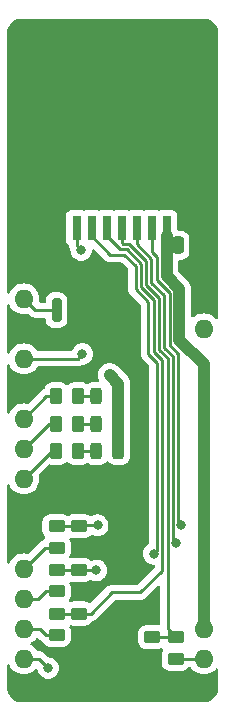
<source format=gbr>
%TF.GenerationSoftware,KiCad,Pcbnew,(6.0.11)*%
%TF.CreationDate,2023-03-05T00:30:33+01:00*%
%TF.ProjectId,gateway-nano-E01-ml01sp4,67617465-7761-4792-9d6e-616e6f2d4530,rev?*%
%TF.SameCoordinates,Original*%
%TF.FileFunction,Copper,L2,Bot*%
%TF.FilePolarity,Positive*%
%FSLAX46Y46*%
G04 Gerber Fmt 4.6, Leading zero omitted, Abs format (unit mm)*
G04 Created by KiCad (PCBNEW (6.0.11)) date 2023-03-05 00:30:33*
%MOMM*%
%LPD*%
G01*
G04 APERTURE LIST*
G04 Aperture macros list*
%AMRoundRect*
0 Rectangle with rounded corners*
0 $1 Rounding radius*
0 $2 $3 $4 $5 $6 $7 $8 $9 X,Y pos of 4 corners*
0 Add a 4 corners polygon primitive as box body*
4,1,4,$2,$3,$4,$5,$6,$7,$8,$9,$2,$3,0*
0 Add four circle primitives for the rounded corners*
1,1,$1+$1,$2,$3*
1,1,$1+$1,$4,$5*
1,1,$1+$1,$6,$7*
1,1,$1+$1,$8,$9*
0 Add four rect primitives between the rounded corners*
20,1,$1+$1,$2,$3,$4,$5,0*
20,1,$1+$1,$4,$5,$6,$7,0*
20,1,$1+$1,$6,$7,$8,$9,0*
20,1,$1+$1,$8,$9,$2,$3,0*%
G04 Aperture macros list end*
%TA.AperFunction,ComponentPad*%
%ADD10O,1.600000X1.600000*%
%TD*%
%TA.AperFunction,SMDPad,CuDef*%
%ADD11RoundRect,0.200000X0.200000X0.800000X-0.200000X0.800000X-0.200000X-0.800000X0.200000X-0.800000X0*%
%TD*%
%TA.AperFunction,SMDPad,CuDef*%
%ADD12RoundRect,0.250000X-0.262500X-0.450000X0.262500X-0.450000X0.262500X0.450000X-0.262500X0.450000X0*%
%TD*%
%TA.AperFunction,SMDPad,CuDef*%
%ADD13RoundRect,0.243750X-0.243750X-0.456250X0.243750X-0.456250X0.243750X0.456250X-0.243750X0.456250X0*%
%TD*%
%TA.AperFunction,SMDPad,CuDef*%
%ADD14RoundRect,0.250000X-0.250000X-0.475000X0.250000X-0.475000X0.250000X0.475000X-0.250000X0.475000X0*%
%TD*%
%TA.AperFunction,SMDPad,CuDef*%
%ADD15RoundRect,0.250000X0.450000X-0.262500X0.450000X0.262500X-0.450000X0.262500X-0.450000X-0.262500X0*%
%TD*%
%TA.AperFunction,SMDPad,CuDef*%
%ADD16RoundRect,0.250000X-0.450000X0.262500X-0.450000X-0.262500X0.450000X-0.262500X0.450000X0.262500X0*%
%TD*%
%TA.AperFunction,SMDPad,CuDef*%
%ADD17C,1.500000*%
%TD*%
%TA.AperFunction,SMDPad,CuDef*%
%ADD18R,0.800000X2.000000*%
%TD*%
%TA.AperFunction,ViaPad*%
%ADD19C,1.000000*%
%TD*%
%TA.AperFunction,ViaPad*%
%ADD20C,0.800000*%
%TD*%
%TA.AperFunction,Conductor*%
%ADD21C,0.250000*%
%TD*%
%TA.AperFunction,Conductor*%
%ADD22C,1.000000*%
%TD*%
G04 APERTURE END LIST*
D10*
%TO.P,A1,29,GND*%
%TO.N,GND*%
X130175000Y-88900000D03*
%TO.P,A1,27,+5V*%
%TO.N,+5V*%
X130175000Y-93980000D03*
%TO.P,A1,17,3V3*%
%TO.N,+3.3V*%
X130175000Y-119380000D03*
%TO.P,A1,16,D13*%
%TO.N,sck-nano*%
X130175000Y-121920000D03*
%TO.P,A1,15,D12*%
%TO.N,miso*%
X114935000Y-121920000D03*
%TO.P,A1,14,D11*%
%TO.N,mosi-nano*%
X114935000Y-119380000D03*
%TO.P,A1,13,D10*%
%TO.N,csn-nano*%
X114935000Y-116840000D03*
%TO.P,A1,12,D9*%
%TO.N,ce-nano*%
X114935000Y-114300000D03*
%TO.P,A1,9,D6*%
%TO.N,ledred*%
X114935000Y-106680000D03*
%TO.P,A1,8,D5*%
%TO.N,ledyellow*%
X114935000Y-104140000D03*
%TO.P,A1,7,D4*%
%TO.N,ledgreen*%
X114935000Y-101600000D03*
%TO.P,A1,5,D2*%
%TO.N,irq*%
X114935000Y-96520000D03*
%TO.P,A1,4,GND*%
%TO.N,GND*%
X114935000Y-93980000D03*
%TO.P,A1,3,~{RESET}*%
%TO.N,inclusion*%
X114935000Y-91440000D03*
%TD*%
D11*
%TO.P,SW1,1,1*%
%TO.N,GND*%
X121900000Y-92400000D03*
%TO.P,SW1,2,2*%
%TO.N,inclusion*%
X117700000Y-92400000D03*
%TD*%
D12*
%TO.P,R11,2*%
%TO.N,Net-(D3-Pad1)*%
X119512500Y-104300000D03*
%TO.P,R11,1*%
%TO.N,ledred*%
X117687500Y-104300000D03*
%TD*%
%TO.P,R10,2*%
%TO.N,Net-(D2-Pad1)*%
X119500000Y-102000000D03*
%TO.P,R10,1*%
%TO.N,ledyellow*%
X117675000Y-102000000D03*
%TD*%
%TO.P,R9,2*%
%TO.N,Net-(D1-Pad1)*%
X119512500Y-99700000D03*
%TO.P,R9,1*%
%TO.N,ledgreen*%
X117687500Y-99700000D03*
%TD*%
D13*
%TO.P,D3,2,A*%
%TO.N,+5V*%
X122937500Y-104300000D03*
%TO.P,D3,1,K*%
%TO.N,Net-(D3-Pad1)*%
X121062500Y-104300000D03*
%TD*%
%TO.P,D2,2,A*%
%TO.N,+5V*%
X122937500Y-102000000D03*
%TO.P,D2,1,K*%
%TO.N,Net-(D2-Pad1)*%
X121062500Y-102000000D03*
%TD*%
%TO.P,D1,2,A*%
%TO.N,+5V*%
X122937500Y-99700000D03*
%TO.P,D1,1,K*%
%TO.N,Net-(D1-Pad1)*%
X121062500Y-99700000D03*
%TD*%
D14*
%TO.P,C1,1*%
%TO.N,+3.3V*%
X127950000Y-86900000D03*
%TO.P,C1,2*%
%TO.N,GND*%
X129850000Y-86900000D03*
%TD*%
D15*
%TO.P,R4,1*%
%TO.N,ce-nano*%
X117700000Y-112512500D03*
%TO.P,R4,2*%
%TO.N,ce-e01*%
X117700000Y-110687500D03*
%TD*%
D16*
%TO.P,R6,1*%
%TO.N,mosi-e01*%
X119600000Y-118087500D03*
%TO.P,R6,2*%
%TO.N,GND*%
X119600000Y-119912500D03*
%TD*%
%TO.P,R7,1*%
%TO.N,csn-e01*%
X119600000Y-114387500D03*
%TO.P,R7,2*%
%TO.N,GND*%
X119600000Y-116212500D03*
%TD*%
%TO.P,R8,1*%
%TO.N,ce-e01*%
X119600000Y-110687500D03*
%TO.P,R8,2*%
%TO.N,GND*%
X119600000Y-112512500D03*
%TD*%
D15*
%TO.P,R1,1*%
%TO.N,sck-nano*%
X127800000Y-121912500D03*
%TO.P,R1,2*%
%TO.N,sck-e01*%
X127800000Y-120087500D03*
%TD*%
D17*
%TO.P,U1,10,GND*%
%TO.N,GND*%
X129751434Y-72448410D03*
%TO.P,U1,9,GND*%
X115315044Y-72456233D03*
D18*
%TO.P,U1,8,GND*%
X118124645Y-85440336D03*
%TO.P,U1,7,IRQ*%
%TO.N,irq*%
X119394645Y-85440336D03*
%TO.P,U1,6,MISO*%
%TO.N,miso*%
X120664645Y-85440336D03*
%TO.P,U1,5,MOSI*%
%TO.N,mosi-e01*%
X121934645Y-85440336D03*
%TO.P,U1,4,SCK*%
%TO.N,sck-e01*%
X123204645Y-85440336D03*
%TO.P,U1,3,CSN*%
%TO.N,csn-e01*%
X124474645Y-85440336D03*
%TO.P,U1,2,CE*%
%TO.N,ce-e01*%
X125744645Y-85440336D03*
%TO.P,U1,1,VCC*%
%TO.N,+3.3V*%
X127014645Y-85440336D03*
%TD*%
D16*
%TO.P,R5,1*%
%TO.N,sck-e01*%
X125800000Y-120087500D03*
%TO.P,R5,2*%
%TO.N,GND*%
X125800000Y-121912500D03*
%TD*%
D15*
%TO.P,R2,1*%
%TO.N,mosi-nano*%
X117700000Y-119912500D03*
%TO.P,R2,2*%
%TO.N,mosi-e01*%
X117700000Y-118087500D03*
%TD*%
%TO.P,R3,1*%
%TO.N,csn-nano*%
X117700000Y-116212500D03*
%TO.P,R3,2*%
%TO.N,csn-e01*%
X117700000Y-114387500D03*
%TD*%
D19*
%TO.N,GND*%
X120900000Y-120000000D03*
X120900000Y-116200000D03*
X121000000Y-112600000D03*
X118100000Y-83300000D03*
X117100000Y-72500000D03*
X128000000Y-72400000D03*
X114800000Y-124500000D03*
X122300000Y-124500000D03*
X130100000Y-124500000D03*
D20*
%TO.N,irq*%
X119900000Y-96100000D03*
X119788274Y-87311726D03*
%TO.N,ce-e01*%
X128274500Y-110600000D03*
X121188000Y-110605000D03*
%TO.N,csn-e01*%
X121073000Y-114427000D03*
X127824500Y-112100000D03*
%TO.N,miso*%
X125925500Y-113025500D03*
X117000000Y-122700000D03*
%TO.N,+5V*%
X122200000Y-97900000D03*
D19*
%TO.N,GND*%
X124500000Y-121920000D03*
%TD*%
D21*
%TO.N,miso*%
X124389645Y-88645939D02*
X123443706Y-87700000D01*
X125925500Y-113025500D02*
X126200000Y-112751000D01*
X126200000Y-112751000D02*
X126200000Y-96845584D01*
X126200000Y-96845584D02*
X125475000Y-96120584D01*
X125475000Y-91708020D02*
X124389645Y-90622665D01*
X123443706Y-87700000D02*
X122226547Y-87700000D01*
X125475000Y-96120584D02*
X125475000Y-91708020D01*
X124389645Y-90622665D02*
X124389645Y-88645939D01*
X122226547Y-87700000D02*
X120664645Y-86138098D01*
%TO.N,ce-e01*%
X125744645Y-87455355D02*
X125744645Y-86138098D01*
X126189645Y-87900355D02*
X125744645Y-87455355D01*
X128274500Y-110600000D02*
X128000000Y-110325500D01*
X128000000Y-110325500D02*
X128000000Y-96100000D01*
X127275000Y-95375000D02*
X127275000Y-90962436D01*
X127275000Y-90962436D02*
X126189645Y-89877081D01*
X128000000Y-96100000D02*
X127275000Y-95375000D01*
X126189645Y-89877081D02*
X126189645Y-87900355D01*
D22*
%TO.N,+5V*%
X122200000Y-97900000D02*
X122937500Y-98637500D01*
X122937500Y-98637500D02*
X122937500Y-99700000D01*
D21*
%TO.N,mosi-e01*%
X121934645Y-86138098D02*
X123046547Y-87250000D01*
X124800000Y-116300000D02*
X122400000Y-116300000D01*
X123046547Y-87250000D02*
X123630102Y-87250000D01*
X124839645Y-88459543D02*
X124839645Y-90436269D01*
X124839645Y-90436269D02*
X125925000Y-91521624D01*
X123630102Y-87250000D02*
X124839645Y-88459543D01*
X125925000Y-91521624D02*
X125925000Y-95934188D01*
X126650000Y-114450000D02*
X124800000Y-116300000D01*
X125925000Y-95934188D02*
X126650000Y-96659188D01*
X126650000Y-96659188D02*
X126650000Y-114450000D01*
X122400000Y-116300000D02*
X120612500Y-118087500D01*
X120612500Y-118087500D02*
X117700000Y-118087500D01*
%TO.N,sck-e01*%
X123204645Y-85440336D02*
X123204645Y-86704645D01*
X126375000Y-95747792D02*
X127100000Y-96472792D01*
X123204645Y-86704645D02*
X123300000Y-86800000D01*
X123300000Y-86800000D02*
X123816498Y-86800000D01*
X127100000Y-119387500D02*
X127800000Y-120087500D01*
X123816498Y-86800000D02*
X125289645Y-88273147D01*
X125289645Y-88273147D02*
X125289645Y-90249873D01*
X127100000Y-96472792D02*
X127100000Y-119387500D01*
X125289645Y-90249873D02*
X126375000Y-91335228D01*
X126375000Y-91335228D02*
X126375000Y-95747792D01*
%TO.N,csn-e01*%
X127824500Y-112100000D02*
X127550000Y-111825500D01*
X127550000Y-111825500D02*
X127550000Y-96286396D01*
X127550000Y-96286396D02*
X126825000Y-95561396D01*
X126825000Y-91148832D02*
X125739645Y-90063477D01*
X126825000Y-95561396D02*
X126825000Y-91148832D01*
X125739645Y-90063477D02*
X125739645Y-88086751D01*
X125739645Y-88086751D02*
X124474645Y-86821751D01*
X124474645Y-86821751D02*
X124474645Y-86138098D01*
D22*
%TO.N,+3.3V*%
X127014645Y-86138098D02*
X127014645Y-89535355D01*
X127014645Y-89535355D02*
X128100000Y-90620710D01*
X130175000Y-96975000D02*
X130175000Y-119380000D01*
X128100000Y-90620710D02*
X128100000Y-94900000D01*
X128100000Y-94900000D02*
X130175000Y-96975000D01*
D21*
%TO.N,irq*%
X119900000Y-96100000D02*
X119500000Y-96500000D01*
X119500000Y-96500000D02*
X114955000Y-96500000D01*
X114955000Y-96500000D02*
X114935000Y-96520000D01*
X119394645Y-86918098D02*
X119394645Y-86138098D01*
X119788274Y-87311726D02*
X119394645Y-86918098D01*
%TO.N,miso*%
X117000000Y-122700000D02*
X116200000Y-121900000D01*
X116200000Y-121900000D02*
X114955000Y-121900000D01*
X114955000Y-121900000D02*
X114935000Y-121920000D01*
%TO.N,sck-e01*%
X127800000Y-120087500D02*
X125800000Y-120087500D01*
%TO.N,ce-e01*%
X121188000Y-110605000D02*
X121400000Y-110605000D01*
X121400000Y-110605000D02*
X121412000Y-110617000D01*
X121412000Y-110617000D02*
X119570500Y-110617000D01*
%TO.N,csn-e01*%
X121073000Y-114427000D02*
X119507000Y-114427000D01*
%TO.N,ce-nano*%
X114935000Y-114300000D02*
X116722500Y-112512500D01*
X116722500Y-112512500D02*
X117700000Y-112512500D01*
%TO.N,ce-e01*%
X119600000Y-110687500D02*
X118195500Y-110687500D01*
%TO.N,GND*%
X119576000Y-116200000D02*
X120900000Y-116200000D01*
X119392500Y-120000000D02*
X120900000Y-120000000D01*
%TO.N,csn-nano*%
X114935000Y-116840000D02*
X116160000Y-116840000D01*
X116160000Y-116840000D02*
X116787500Y-116212500D01*
X116787500Y-116212500D02*
X117700000Y-116212500D01*
%TO.N,mosi-nano*%
X117700000Y-119912500D02*
X116812500Y-119912500D01*
X116812500Y-119912500D02*
X116280000Y-119380000D01*
X116280000Y-119380000D02*
X114935000Y-119380000D01*
%TO.N,csn-e01*%
X119600000Y-114387500D02*
X117700000Y-114387500D01*
%TO.N,ledred*%
X117687500Y-104300000D02*
X117315000Y-104300000D01*
X117315000Y-104300000D02*
X114935000Y-106680000D01*
%TO.N,ledyellow*%
X117675000Y-102000000D02*
X117075000Y-102000000D01*
X117075000Y-102000000D02*
X114935000Y-104140000D01*
%TO.N,ledgreen*%
X117687500Y-99700000D02*
X116835000Y-99700000D01*
X116835000Y-99700000D02*
X114935000Y-101600000D01*
%TO.N,Net-(D3-Pad1)*%
X121062500Y-104300000D02*
X119512500Y-104300000D01*
%TO.N,Net-(D2-Pad1)*%
X121062500Y-102000000D02*
X119500000Y-102000000D01*
%TO.N,Net-(D1-Pad1)*%
X121062500Y-99700000D02*
X119512500Y-99700000D01*
D22*
%TO.N,+5V*%
X122937500Y-102000000D02*
X122937500Y-104300000D01*
X122937500Y-99700000D02*
X122937500Y-102000000D01*
D21*
%TO.N,inclusion*%
X117700000Y-92400000D02*
X115895000Y-92400000D01*
X115895000Y-92400000D02*
X114935000Y-91440000D01*
%TO.N,GND*%
X119650000Y-112600000D02*
X121000000Y-112600000D01*
X125850000Y-121920000D02*
X124500000Y-121920000D01*
%TO.N,sck-nano*%
X130175000Y-121920000D02*
X127682000Y-121920000D01*
%TD*%
%TA.AperFunction,Conductor*%
%TO.N,GND*%
G36*
X126384533Y-115715539D02*
G01*
X126441368Y-115758086D01*
X126466179Y-115824606D01*
X126466500Y-115833595D01*
X126466500Y-118943949D01*
X126446498Y-119012070D01*
X126392842Y-119058563D01*
X126327657Y-119069293D01*
X126300400Y-119066500D01*
X125299600Y-119066500D01*
X125296354Y-119066837D01*
X125296350Y-119066837D01*
X125200692Y-119076762D01*
X125200688Y-119076763D01*
X125193834Y-119077474D01*
X125187298Y-119079655D01*
X125187296Y-119079655D01*
X125101848Y-119108163D01*
X125026054Y-119133450D01*
X124875652Y-119226522D01*
X124750695Y-119351697D01*
X124657885Y-119502262D01*
X124602203Y-119670139D01*
X124591500Y-119774600D01*
X124591500Y-120400400D01*
X124591837Y-120403646D01*
X124591837Y-120403650D01*
X124601725Y-120498946D01*
X124602474Y-120506166D01*
X124604655Y-120512702D01*
X124604655Y-120512704D01*
X124606263Y-120517523D01*
X124658450Y-120673946D01*
X124751522Y-120824348D01*
X124876697Y-120949305D01*
X124882927Y-120953145D01*
X124882928Y-120953146D01*
X124958954Y-121000009D01*
X125027262Y-121042115D01*
X125096500Y-121065080D01*
X125188611Y-121095632D01*
X125188613Y-121095632D01*
X125195139Y-121097797D01*
X125201975Y-121098497D01*
X125201978Y-121098498D01*
X125245031Y-121102909D01*
X125299600Y-121108500D01*
X126300400Y-121108500D01*
X126303646Y-121108163D01*
X126303650Y-121108163D01*
X126399308Y-121098238D01*
X126399312Y-121098237D01*
X126406166Y-121097526D01*
X126412702Y-121095345D01*
X126412704Y-121095345D01*
X126572043Y-121042185D01*
X126642992Y-121039601D01*
X126704076Y-121075784D01*
X126735901Y-121139249D01*
X126728362Y-121209844D01*
X126719179Y-121227825D01*
X126673909Y-121301267D01*
X126657885Y-121327262D01*
X126602203Y-121495139D01*
X126591500Y-121599600D01*
X126591500Y-122225400D01*
X126591837Y-122228646D01*
X126591837Y-122228650D01*
X126601598Y-122322721D01*
X126602474Y-122331166D01*
X126604655Y-122337702D01*
X126604655Y-122337704D01*
X126634898Y-122428352D01*
X126658450Y-122498946D01*
X126751522Y-122649348D01*
X126876697Y-122774305D01*
X126882927Y-122778145D01*
X126882928Y-122778146D01*
X127020090Y-122862694D01*
X127027262Y-122867115D01*
X127107005Y-122893564D01*
X127188611Y-122920632D01*
X127188613Y-122920632D01*
X127195139Y-122922797D01*
X127201975Y-122923497D01*
X127201978Y-122923498D01*
X127245031Y-122927909D01*
X127299600Y-122933500D01*
X128300400Y-122933500D01*
X128303646Y-122933163D01*
X128303650Y-122933163D01*
X128399308Y-122923238D01*
X128399312Y-122923237D01*
X128406166Y-122922526D01*
X128412702Y-122920345D01*
X128412704Y-122920345D01*
X128544806Y-122876272D01*
X128573946Y-122866550D01*
X128724348Y-122773478D01*
X128849305Y-122648303D01*
X128853146Y-122642072D01*
X128853149Y-122642068D01*
X128860302Y-122630463D01*
X128913073Y-122582968D01*
X128983144Y-122571543D01*
X129048268Y-122599815D01*
X129070776Y-122624305D01*
X129123779Y-122700000D01*
X129168802Y-122764300D01*
X129330700Y-122926198D01*
X129335208Y-122929355D01*
X129335211Y-122929357D01*
X129341128Y-122933500D01*
X129518251Y-123057523D01*
X129523233Y-123059846D01*
X129523238Y-123059849D01*
X129720775Y-123151961D01*
X129725757Y-123154284D01*
X129731065Y-123155706D01*
X129731067Y-123155707D01*
X129941598Y-123212119D01*
X129941600Y-123212119D01*
X129946913Y-123213543D01*
X130175000Y-123233498D01*
X130403087Y-123213543D01*
X130408400Y-123212119D01*
X130408402Y-123212119D01*
X130618933Y-123155707D01*
X130618935Y-123155706D01*
X130624243Y-123154284D01*
X130629225Y-123151961D01*
X130826762Y-123059849D01*
X130826767Y-123059846D01*
X130831749Y-123057523D01*
X131008872Y-122933500D01*
X131014789Y-122929357D01*
X131014792Y-122929355D01*
X131019300Y-122926198D01*
X131181198Y-122764300D01*
X131183050Y-122761655D01*
X131241577Y-122722721D01*
X131312564Y-122721599D01*
X131372890Y-122759033D01*
X131403400Y-122823140D01*
X131404982Y-122843041D01*
X131404982Y-124310972D01*
X131403481Y-124330361D01*
X131399791Y-124354055D01*
X131400955Y-124362959D01*
X131400955Y-124362960D01*
X131401630Y-124368123D01*
X131402304Y-124394344D01*
X131390432Y-124545149D01*
X131387339Y-124564676D01*
X131346372Y-124735303D01*
X131340262Y-124754106D01*
X131273109Y-124916223D01*
X131264133Y-124933840D01*
X131172447Y-125083455D01*
X131160826Y-125099450D01*
X131046863Y-125232883D01*
X131032883Y-125246863D01*
X130899450Y-125360826D01*
X130883456Y-125372447D01*
X130733837Y-125464135D01*
X130716223Y-125473109D01*
X130554106Y-125540262D01*
X130535303Y-125546372D01*
X130364676Y-125587339D01*
X130345149Y-125590432D01*
X130277899Y-125595726D01*
X130201344Y-125601753D01*
X130184454Y-125601112D01*
X130184452Y-125601281D01*
X130175477Y-125601172D01*
X130166607Y-125599791D01*
X130157707Y-125600955D01*
X130157705Y-125600955D01*
X130135051Y-125603918D01*
X130118711Y-125604982D01*
X114789028Y-125604982D01*
X114769639Y-125603481D01*
X114754819Y-125601173D01*
X114745945Y-125599791D01*
X114737041Y-125600955D01*
X114737040Y-125600955D01*
X114731877Y-125601630D01*
X114705656Y-125602304D01*
X114697095Y-125601630D01*
X114673734Y-125599791D01*
X114554851Y-125590432D01*
X114535324Y-125587339D01*
X114364697Y-125546372D01*
X114345894Y-125540262D01*
X114183777Y-125473109D01*
X114166163Y-125464135D01*
X114016544Y-125372447D01*
X114000550Y-125360826D01*
X113867117Y-125246863D01*
X113853137Y-125232883D01*
X113739174Y-125099450D01*
X113727553Y-125083455D01*
X113635867Y-124933840D01*
X113626891Y-124916223D01*
X113559738Y-124754106D01*
X113553628Y-124735303D01*
X113512661Y-124564676D01*
X113509568Y-124545149D01*
X113498247Y-124401347D01*
X113498888Y-124384454D01*
X113498719Y-124384452D01*
X113498828Y-124375477D01*
X113500209Y-124366607D01*
X113498568Y-124354055D01*
X113496082Y-124335051D01*
X113495018Y-124318711D01*
X113495018Y-122496473D01*
X113515020Y-122428352D01*
X113568676Y-122381859D01*
X113638950Y-122371755D01*
X113703530Y-122401249D01*
X113735213Y-122443223D01*
X113795151Y-122571762D01*
X113795154Y-122571767D01*
X113797477Y-122576749D01*
X113800634Y-122581257D01*
X113883779Y-122700000D01*
X113928802Y-122764300D01*
X114090700Y-122926198D01*
X114095208Y-122929355D01*
X114095211Y-122929357D01*
X114101128Y-122933500D01*
X114278251Y-123057523D01*
X114283233Y-123059846D01*
X114283238Y-123059849D01*
X114480775Y-123151961D01*
X114485757Y-123154284D01*
X114491065Y-123155706D01*
X114491067Y-123155707D01*
X114701598Y-123212119D01*
X114701600Y-123212119D01*
X114706913Y-123213543D01*
X114935000Y-123233498D01*
X115163087Y-123213543D01*
X115168400Y-123212119D01*
X115168402Y-123212119D01*
X115378933Y-123155707D01*
X115378935Y-123155706D01*
X115384243Y-123154284D01*
X115389225Y-123151961D01*
X115586762Y-123059849D01*
X115586767Y-123059846D01*
X115591749Y-123057523D01*
X115768872Y-122933500D01*
X115774789Y-122929357D01*
X115774792Y-122929355D01*
X115779300Y-122926198D01*
X115892000Y-122813498D01*
X115954312Y-122779472D01*
X116025127Y-122784537D01*
X116081963Y-122827084D01*
X116101714Y-122877470D01*
X116104394Y-122876900D01*
X116105768Y-122883364D01*
X116106458Y-122889928D01*
X116165473Y-123071556D01*
X116260960Y-123236944D01*
X116388747Y-123378866D01*
X116543248Y-123491118D01*
X116549276Y-123493802D01*
X116549278Y-123493803D01*
X116711681Y-123566109D01*
X116717712Y-123568794D01*
X116811113Y-123588647D01*
X116898056Y-123607128D01*
X116898061Y-123607128D01*
X116904513Y-123608500D01*
X117095487Y-123608500D01*
X117101939Y-123607128D01*
X117101944Y-123607128D01*
X117188887Y-123588647D01*
X117282288Y-123568794D01*
X117288319Y-123566109D01*
X117450722Y-123493803D01*
X117450724Y-123493802D01*
X117456752Y-123491118D01*
X117611253Y-123378866D01*
X117739040Y-123236944D01*
X117834527Y-123071556D01*
X117893542Y-122889928D01*
X117894852Y-122877470D01*
X117912814Y-122706565D01*
X117913504Y-122700000D01*
X117908180Y-122649348D01*
X117894232Y-122516635D01*
X117894232Y-122516633D01*
X117893542Y-122510072D01*
X117834527Y-122328444D01*
X117739040Y-122163056D01*
X117611253Y-122021134D01*
X117456752Y-121908882D01*
X117450724Y-121906198D01*
X117450722Y-121906197D01*
X117288319Y-121833891D01*
X117288318Y-121833891D01*
X117282288Y-121831206D01*
X117188888Y-121811353D01*
X117101944Y-121792872D01*
X117101939Y-121792872D01*
X117095487Y-121791500D01*
X117039595Y-121791500D01*
X116971474Y-121771498D01*
X116950500Y-121754595D01*
X116703652Y-121507747D01*
X116696112Y-121499461D01*
X116692000Y-121492982D01*
X116642348Y-121446356D01*
X116639507Y-121443602D01*
X116619770Y-121423865D01*
X116616573Y-121421385D01*
X116607551Y-121413680D01*
X116581100Y-121388841D01*
X116575321Y-121383414D01*
X116568375Y-121379595D01*
X116568372Y-121379593D01*
X116557566Y-121373652D01*
X116541047Y-121362801D01*
X116540583Y-121362441D01*
X116525041Y-121350386D01*
X116517772Y-121347241D01*
X116517768Y-121347238D01*
X116484463Y-121332826D01*
X116473813Y-121327609D01*
X116435060Y-121306305D01*
X116415437Y-121301267D01*
X116396734Y-121294863D01*
X116385420Y-121289967D01*
X116385419Y-121289967D01*
X116378145Y-121286819D01*
X116370322Y-121285580D01*
X116370312Y-121285577D01*
X116334476Y-121279901D01*
X116322856Y-121277495D01*
X116287711Y-121268472D01*
X116287710Y-121268472D01*
X116280030Y-121266500D01*
X116259776Y-121266500D01*
X116240065Y-121264949D01*
X116229345Y-121263251D01*
X116220057Y-121261780D01*
X116212165Y-121262526D01*
X116176039Y-121265941D01*
X116164181Y-121266500D01*
X116140389Y-121266500D01*
X116072268Y-121246498D01*
X116037176Y-121212771D01*
X115944357Y-121080211D01*
X115944355Y-121080208D01*
X115941198Y-121075700D01*
X115779300Y-120913802D01*
X115774792Y-120910645D01*
X115774789Y-120910643D01*
X115696611Y-120855902D01*
X115591749Y-120782477D01*
X115586767Y-120780154D01*
X115586762Y-120780151D01*
X115552543Y-120764195D01*
X115499258Y-120717278D01*
X115479797Y-120649001D01*
X115500339Y-120581041D01*
X115552543Y-120535805D01*
X115586762Y-120519849D01*
X115586767Y-120519846D01*
X115591749Y-120517523D01*
X115754376Y-120403650D01*
X115774789Y-120389357D01*
X115774792Y-120389355D01*
X115779300Y-120386198D01*
X115941198Y-120224300D01*
X115973348Y-120178385D01*
X116028805Y-120134057D01*
X116099424Y-120126748D01*
X116165656Y-120161561D01*
X116308853Y-120304758D01*
X116316387Y-120313037D01*
X116320500Y-120319518D01*
X116338466Y-120336389D01*
X116370151Y-120366143D01*
X116372993Y-120368898D01*
X116392730Y-120388635D01*
X116395927Y-120391115D01*
X116404947Y-120398818D01*
X116437179Y-120429086D01*
X116444125Y-120432905D01*
X116444128Y-120432907D01*
X116454934Y-120438848D01*
X116471453Y-120449699D01*
X116487459Y-120462114D01*
X116494728Y-120465259D01*
X116494732Y-120465262D01*
X116516991Y-120474894D01*
X116574095Y-120524228D01*
X116651522Y-120649348D01*
X116776697Y-120774305D01*
X116782927Y-120778145D01*
X116782928Y-120778146D01*
X116920090Y-120862694D01*
X116927262Y-120867115D01*
X116944155Y-120872718D01*
X117088611Y-120920632D01*
X117088613Y-120920632D01*
X117095139Y-120922797D01*
X117101975Y-120923497D01*
X117101978Y-120923498D01*
X117145031Y-120927909D01*
X117199600Y-120933500D01*
X118200400Y-120933500D01*
X118203646Y-120933163D01*
X118203650Y-120933163D01*
X118299308Y-120923238D01*
X118299312Y-120923237D01*
X118306166Y-120922526D01*
X118312702Y-120920345D01*
X118312704Y-120920345D01*
X118455458Y-120872718D01*
X118473946Y-120866550D01*
X118624348Y-120773478D01*
X118749305Y-120648303D01*
X118828486Y-120519849D01*
X118838275Y-120503968D01*
X118838276Y-120503966D01*
X118842115Y-120497738D01*
X118874400Y-120400400D01*
X118895632Y-120336389D01*
X118895632Y-120336387D01*
X118897797Y-120329861D01*
X118908500Y-120225400D01*
X118908500Y-119599600D01*
X118908163Y-119596350D01*
X118898238Y-119500692D01*
X118898237Y-119500688D01*
X118897526Y-119493834D01*
X118841550Y-119326054D01*
X118806815Y-119269922D01*
X118787978Y-119201471D01*
X118809140Y-119133702D01*
X118863581Y-119088131D01*
X118934017Y-119079228D01*
X118953625Y-119084028D01*
X118995139Y-119097797D01*
X119001975Y-119098497D01*
X119001978Y-119098498D01*
X119045031Y-119102909D01*
X119099600Y-119108500D01*
X120100400Y-119108500D01*
X120103646Y-119108163D01*
X120103650Y-119108163D01*
X120199308Y-119098238D01*
X120199312Y-119098237D01*
X120206166Y-119097526D01*
X120212702Y-119095345D01*
X120212704Y-119095345D01*
X120366998Y-119043868D01*
X120373946Y-119041550D01*
X120524348Y-118948478D01*
X120649305Y-118823303D01*
X120686361Y-118763187D01*
X120739133Y-118715694D01*
X120762289Y-118707261D01*
X120763432Y-118706968D01*
X120771297Y-118705974D01*
X120778663Y-118703058D01*
X120778669Y-118703056D01*
X120812412Y-118689696D01*
X120823642Y-118685851D01*
X120858483Y-118675729D01*
X120858484Y-118675729D01*
X120866093Y-118673518D01*
X120872912Y-118669485D01*
X120872917Y-118669483D01*
X120883528Y-118663207D01*
X120901276Y-118654512D01*
X120920117Y-118647052D01*
X120955887Y-118621064D01*
X120965807Y-118614548D01*
X120997035Y-118596080D01*
X120997038Y-118596078D01*
X121003862Y-118592042D01*
X121018183Y-118577721D01*
X121033217Y-118564880D01*
X121043194Y-118557631D01*
X121049607Y-118552972D01*
X121077798Y-118518895D01*
X121085788Y-118510116D01*
X122625500Y-116970405D01*
X122687812Y-116936379D01*
X122714595Y-116933500D01*
X124721233Y-116933500D01*
X124732416Y-116934027D01*
X124739909Y-116935702D01*
X124747835Y-116935453D01*
X124747836Y-116935453D01*
X124807986Y-116933562D01*
X124811945Y-116933500D01*
X124839856Y-116933500D01*
X124843791Y-116933003D01*
X124843856Y-116932995D01*
X124855693Y-116932062D01*
X124887951Y-116931048D01*
X124891970Y-116930922D01*
X124899889Y-116930673D01*
X124919343Y-116925021D01*
X124938700Y-116921013D01*
X124950930Y-116919468D01*
X124950931Y-116919468D01*
X124958797Y-116918474D01*
X124966168Y-116915555D01*
X124966170Y-116915555D01*
X124999912Y-116902196D01*
X125011142Y-116898351D01*
X125045983Y-116888229D01*
X125045984Y-116888229D01*
X125053593Y-116886018D01*
X125060412Y-116881985D01*
X125060417Y-116881983D01*
X125071028Y-116875707D01*
X125088776Y-116867012D01*
X125107617Y-116859552D01*
X125134529Y-116840000D01*
X125143387Y-116833564D01*
X125153307Y-116827048D01*
X125184535Y-116808580D01*
X125184538Y-116808578D01*
X125191362Y-116804542D01*
X125205683Y-116790221D01*
X125220717Y-116777380D01*
X125230694Y-116770131D01*
X125237107Y-116765472D01*
X125265298Y-116731395D01*
X125273288Y-116722616D01*
X126251405Y-115744500D01*
X126313717Y-115710474D01*
X126384533Y-115715539D01*
G37*
%TD.AperFunction*%
%TA.AperFunction,Conductor*%
G36*
X130130361Y-67710001D02*
G01*
X130154055Y-67713691D01*
X130168123Y-67711852D01*
X130194342Y-67711178D01*
X130200643Y-67711674D01*
X130345141Y-67723050D01*
X130364668Y-67726143D01*
X130493797Y-67757147D01*
X130535288Y-67767109D01*
X130554086Y-67773216D01*
X130716209Y-67840375D01*
X130733813Y-67849345D01*
X130883433Y-67941038D01*
X130899417Y-67952651D01*
X131032846Y-68066615D01*
X131046825Y-68080595D01*
X131160781Y-68214029D01*
X131172401Y-68230023D01*
X131264078Y-68379633D01*
X131273054Y-68397250D01*
X131300385Y-68463235D01*
X131340203Y-68559371D01*
X131346308Y-68578165D01*
X131387267Y-68748790D01*
X131390359Y-68768311D01*
X131401700Y-68912461D01*
X131401072Y-68929002D01*
X131401282Y-68929005D01*
X131401172Y-68937981D01*
X131399791Y-68946851D01*
X131400955Y-68955753D01*
X131403919Y-68978426D01*
X131404982Y-68994760D01*
X131404982Y-93056959D01*
X131384980Y-93125080D01*
X131331324Y-93171573D01*
X131261050Y-93181677D01*
X131196470Y-93152183D01*
X131183548Y-93139056D01*
X131181198Y-93135700D01*
X131019300Y-92973802D01*
X131014792Y-92970645D01*
X131014789Y-92970643D01*
X130894363Y-92886320D01*
X130831749Y-92842477D01*
X130826767Y-92840154D01*
X130826762Y-92840151D01*
X130629225Y-92748039D01*
X130629224Y-92748039D01*
X130624243Y-92745716D01*
X130618935Y-92744294D01*
X130618933Y-92744293D01*
X130408402Y-92687881D01*
X130408400Y-92687881D01*
X130403087Y-92686457D01*
X130175000Y-92666502D01*
X129946913Y-92686457D01*
X129941600Y-92687881D01*
X129941598Y-92687881D01*
X129731067Y-92744293D01*
X129731065Y-92744294D01*
X129725757Y-92745716D01*
X129720776Y-92748039D01*
X129720775Y-92748039D01*
X129523238Y-92840151D01*
X129523233Y-92840154D01*
X129518251Y-92842477D01*
X129455637Y-92886320D01*
X129335211Y-92970643D01*
X129335208Y-92970645D01*
X129330700Y-92973802D01*
X129323595Y-92980907D01*
X129261283Y-93014933D01*
X129190468Y-93009868D01*
X129133632Y-92967321D01*
X129108821Y-92900801D01*
X129108500Y-92891812D01*
X129108500Y-90682553D01*
X129109237Y-90668946D01*
X129112659Y-90637448D01*
X129112659Y-90637443D01*
X129113324Y-90631322D01*
X129108950Y-90581322D01*
X129108621Y-90576496D01*
X129108500Y-90574024D01*
X129108500Y-90570941D01*
X129106714Y-90552723D01*
X129104310Y-90528204D01*
X129104188Y-90526891D01*
X129096623Y-90440428D01*
X129096087Y-90434297D01*
X129094600Y-90429178D01*
X129094080Y-90423877D01*
X129067209Y-90334876D01*
X129066874Y-90333743D01*
X129042630Y-90250296D01*
X129042628Y-90250292D01*
X129040909Y-90244374D01*
X129038456Y-90239642D01*
X129036916Y-90234541D01*
X128993269Y-90152450D01*
X128992657Y-90151284D01*
X128952729Y-90074257D01*
X128949892Y-90068784D01*
X128946569Y-90064621D01*
X128944066Y-90059914D01*
X128885261Y-89987812D01*
X128884433Y-89986785D01*
X128855469Y-89950502D01*
X128855464Y-89950497D01*
X128853262Y-89947738D01*
X128850761Y-89945237D01*
X128850119Y-89944519D01*
X128846406Y-89940171D01*
X128838642Y-89930651D01*
X128819065Y-89906648D01*
X128814323Y-89902725D01*
X128814321Y-89902723D01*
X128783727Y-89877413D01*
X128774947Y-89869423D01*
X128060050Y-89154526D01*
X128026024Y-89092214D01*
X128023145Y-89065431D01*
X128023145Y-88259500D01*
X128043147Y-88191379D01*
X128096803Y-88144886D01*
X128149145Y-88133500D01*
X128250400Y-88133500D01*
X128253646Y-88133163D01*
X128253650Y-88133163D01*
X128349308Y-88123238D01*
X128349312Y-88123237D01*
X128356166Y-88122526D01*
X128362702Y-88120345D01*
X128362704Y-88120345D01*
X128516998Y-88068868D01*
X128523946Y-88066550D01*
X128674348Y-87973478D01*
X128799305Y-87848303D01*
X128892115Y-87697738D01*
X128947797Y-87529861D01*
X128958500Y-87425400D01*
X128958500Y-86374600D01*
X128947526Y-86268834D01*
X128891550Y-86101054D01*
X128798478Y-85950652D01*
X128673303Y-85825695D01*
X128522738Y-85732885D01*
X128442995Y-85706436D01*
X128361389Y-85679368D01*
X128361387Y-85679368D01*
X128354861Y-85677203D01*
X128348025Y-85676503D01*
X128348022Y-85676502D01*
X128304969Y-85672091D01*
X128250400Y-85666500D01*
X128049145Y-85666500D01*
X127981024Y-85646498D01*
X127934531Y-85592842D01*
X127923145Y-85540500D01*
X127923145Y-84392202D01*
X127916390Y-84330020D01*
X127865260Y-84193631D01*
X127777906Y-84077075D01*
X127661350Y-83989721D01*
X127524961Y-83938591D01*
X127462779Y-83931836D01*
X126566511Y-83931836D01*
X126504329Y-83938591D01*
X126423875Y-83968752D01*
X126353068Y-83973935D01*
X126335415Y-83968752D01*
X126254961Y-83938591D01*
X126192779Y-83931836D01*
X125296511Y-83931836D01*
X125234329Y-83938591D01*
X125153875Y-83968752D01*
X125083068Y-83973935D01*
X125065415Y-83968752D01*
X124984961Y-83938591D01*
X124922779Y-83931836D01*
X124026511Y-83931836D01*
X123964329Y-83938591D01*
X123883875Y-83968752D01*
X123813068Y-83973935D01*
X123795415Y-83968752D01*
X123714961Y-83938591D01*
X123652779Y-83931836D01*
X122756511Y-83931836D01*
X122694329Y-83938591D01*
X122613875Y-83968752D01*
X122543068Y-83973935D01*
X122525415Y-83968752D01*
X122444961Y-83938591D01*
X122382779Y-83931836D01*
X121486511Y-83931836D01*
X121424329Y-83938591D01*
X121343875Y-83968752D01*
X121273068Y-83973935D01*
X121255415Y-83968752D01*
X121174961Y-83938591D01*
X121112779Y-83931836D01*
X120216511Y-83931836D01*
X120154329Y-83938591D01*
X120073875Y-83968752D01*
X120003068Y-83973935D01*
X119985415Y-83968752D01*
X119904961Y-83938591D01*
X119842779Y-83931836D01*
X118946511Y-83931836D01*
X118884329Y-83938591D01*
X118747940Y-83989721D01*
X118631384Y-84077075D01*
X118544030Y-84193631D01*
X118492900Y-84330020D01*
X118486145Y-84392202D01*
X118486145Y-86488470D01*
X118492900Y-86550652D01*
X118544030Y-86687041D01*
X118631384Y-86803597D01*
X118711104Y-86863344D01*
X118753616Y-86920200D01*
X118761145Y-86955590D01*
X118761145Y-86957954D01*
X118761642Y-86961888D01*
X118761650Y-86961954D01*
X118762583Y-86973791D01*
X118763972Y-87017988D01*
X118766183Y-87025598D01*
X118769623Y-87037440D01*
X118773631Y-87056792D01*
X118776171Y-87076895D01*
X118792451Y-87118012D01*
X118796286Y-87129213D01*
X118808627Y-87171692D01*
X118812660Y-87178511D01*
X118812662Y-87178516D01*
X118818938Y-87189127D01*
X118827635Y-87206877D01*
X118835093Y-87225715D01*
X118851099Y-87247745D01*
X118851396Y-87248154D01*
X118874103Y-87311796D01*
X118874770Y-87311726D01*
X118894732Y-87501654D01*
X118953747Y-87683282D01*
X119049234Y-87848670D01*
X119053652Y-87853577D01*
X119053653Y-87853578D01*
X119165082Y-87977332D01*
X119177021Y-87990592D01*
X119331522Y-88102844D01*
X119337550Y-88105528D01*
X119337552Y-88105529D01*
X119489839Y-88173331D01*
X119505986Y-88180520D01*
X119599387Y-88200373D01*
X119686330Y-88218854D01*
X119686335Y-88218854D01*
X119692787Y-88220226D01*
X119883761Y-88220226D01*
X119890213Y-88218854D01*
X119890218Y-88218854D01*
X119977161Y-88200373D01*
X120070562Y-88180520D01*
X120086709Y-88173331D01*
X120238996Y-88105529D01*
X120238998Y-88105528D01*
X120245026Y-88102844D01*
X120399527Y-87990592D01*
X120411466Y-87977332D01*
X120522895Y-87853578D01*
X120522896Y-87853577D01*
X120527314Y-87848670D01*
X120622801Y-87683282D01*
X120681816Y-87501654D01*
X120697048Y-87356734D01*
X120724060Y-87291078D01*
X120782281Y-87250448D01*
X120853226Y-87247745D01*
X120911452Y-87280810D01*
X121722895Y-88092253D01*
X121730435Y-88100539D01*
X121734547Y-88107018D01*
X121740324Y-88112443D01*
X121784198Y-88153643D01*
X121787040Y-88156398D01*
X121806777Y-88176135D01*
X121809974Y-88178615D01*
X121818994Y-88186318D01*
X121851226Y-88216586D01*
X121858172Y-88220405D01*
X121858175Y-88220407D01*
X121868981Y-88226348D01*
X121885500Y-88237199D01*
X121901506Y-88249614D01*
X121908775Y-88252759D01*
X121908779Y-88252762D01*
X121942084Y-88267174D01*
X121952734Y-88272391D01*
X121991487Y-88293695D01*
X121999162Y-88295666D01*
X121999163Y-88295666D01*
X122011109Y-88298733D01*
X122029814Y-88305137D01*
X122048402Y-88313181D01*
X122056225Y-88314420D01*
X122056235Y-88314423D01*
X122092071Y-88320099D01*
X122103691Y-88322505D01*
X122138836Y-88331528D01*
X122146517Y-88333500D01*
X122166771Y-88333500D01*
X122186481Y-88335051D01*
X122206490Y-88338220D01*
X122214382Y-88337474D01*
X122250508Y-88334059D01*
X122262366Y-88333500D01*
X123129111Y-88333500D01*
X123197232Y-88353502D01*
X123218207Y-88370405D01*
X123719241Y-88871440D01*
X123753266Y-88933752D01*
X123756145Y-88960535D01*
X123756145Y-90543898D01*
X123755618Y-90555081D01*
X123753943Y-90562574D01*
X123754192Y-90570500D01*
X123754192Y-90570501D01*
X123756083Y-90630651D01*
X123756145Y-90634610D01*
X123756145Y-90662521D01*
X123756642Y-90666455D01*
X123756642Y-90666456D01*
X123756650Y-90666521D01*
X123757583Y-90678358D01*
X123758972Y-90722554D01*
X123764623Y-90742004D01*
X123768632Y-90761365D01*
X123771171Y-90781462D01*
X123774090Y-90788833D01*
X123774090Y-90788835D01*
X123787449Y-90822577D01*
X123791294Y-90833807D01*
X123803627Y-90876258D01*
X123807660Y-90883077D01*
X123807662Y-90883082D01*
X123813938Y-90893693D01*
X123822633Y-90911441D01*
X123830093Y-90930282D01*
X123834755Y-90936698D01*
X123834755Y-90936699D01*
X123856081Y-90966052D01*
X123862597Y-90975972D01*
X123868395Y-90985775D01*
X123885103Y-91014027D01*
X123899424Y-91028348D01*
X123912264Y-91043381D01*
X123924173Y-91059772D01*
X123930277Y-91064822D01*
X123930282Y-91064827D01*
X123958243Y-91087958D01*
X123967024Y-91095948D01*
X124804596Y-91933521D01*
X124838621Y-91995833D01*
X124841500Y-92022616D01*
X124841500Y-96041817D01*
X124840973Y-96053000D01*
X124839298Y-96060493D01*
X124839547Y-96068419D01*
X124839547Y-96068420D01*
X124841438Y-96128570D01*
X124841500Y-96132529D01*
X124841500Y-96160440D01*
X124841997Y-96164374D01*
X124841997Y-96164375D01*
X124842005Y-96164440D01*
X124842938Y-96176277D01*
X124844327Y-96220473D01*
X124849978Y-96239923D01*
X124853987Y-96259284D01*
X124856526Y-96279381D01*
X124859445Y-96286752D01*
X124859445Y-96286754D01*
X124872804Y-96320496D01*
X124876649Y-96331726D01*
X124888982Y-96374177D01*
X124893015Y-96380996D01*
X124893017Y-96381001D01*
X124899293Y-96391612D01*
X124907988Y-96409360D01*
X124915448Y-96428201D01*
X124920110Y-96434617D01*
X124920110Y-96434618D01*
X124941436Y-96463971D01*
X124947952Y-96473891D01*
X124970458Y-96511946D01*
X124984779Y-96526267D01*
X124997619Y-96541300D01*
X125009528Y-96557691D01*
X125040590Y-96583388D01*
X125043593Y-96585872D01*
X125052374Y-96593862D01*
X125529596Y-97071085D01*
X125563621Y-97133397D01*
X125566500Y-97160180D01*
X125566500Y-112109034D01*
X125546498Y-112177155D01*
X125491750Y-112224140D01*
X125474783Y-112231694D01*
X125474775Y-112231699D01*
X125468748Y-112234382D01*
X125314247Y-112346634D01*
X125186460Y-112488556D01*
X125090973Y-112653944D01*
X125031958Y-112835572D01*
X125011996Y-113025500D01*
X125012686Y-113032065D01*
X125026725Y-113165634D01*
X125031958Y-113215428D01*
X125090973Y-113397056D01*
X125186460Y-113562444D01*
X125190878Y-113567351D01*
X125190879Y-113567352D01*
X125247750Y-113630514D01*
X125314247Y-113704366D01*
X125468748Y-113816618D01*
X125474776Y-113819302D01*
X125474778Y-113819303D01*
X125626272Y-113886752D01*
X125643212Y-113894294D01*
X125736613Y-113914147D01*
X125823556Y-113932628D01*
X125823561Y-113932628D01*
X125830013Y-113934000D01*
X125890500Y-113934000D01*
X125958621Y-113954002D01*
X126005114Y-114007658D01*
X126016500Y-114060000D01*
X126016500Y-114135406D01*
X125996498Y-114203527D01*
X125979595Y-114224501D01*
X124574500Y-115629595D01*
X124512188Y-115663621D01*
X124485405Y-115666500D01*
X122478768Y-115666500D01*
X122467585Y-115665973D01*
X122460092Y-115664298D01*
X122452166Y-115664547D01*
X122452165Y-115664547D01*
X122392002Y-115666438D01*
X122388044Y-115666500D01*
X122360144Y-115666500D01*
X122356154Y-115667004D01*
X122344320Y-115667936D01*
X122300111Y-115669326D01*
X122292497Y-115671538D01*
X122292492Y-115671539D01*
X122280659Y-115674977D01*
X122261296Y-115678988D01*
X122241203Y-115681526D01*
X122233836Y-115684443D01*
X122233831Y-115684444D01*
X122200092Y-115697802D01*
X122188865Y-115701646D01*
X122146407Y-115713982D01*
X122139581Y-115718019D01*
X122128972Y-115724293D01*
X122111224Y-115732988D01*
X122092383Y-115740448D01*
X122085967Y-115745110D01*
X122085966Y-115745110D01*
X122056613Y-115766436D01*
X122046693Y-115772952D01*
X122015465Y-115791420D01*
X122015462Y-115791422D01*
X122008638Y-115795458D01*
X121994317Y-115809779D01*
X121979284Y-115822619D01*
X121962893Y-115834528D01*
X121957842Y-115840634D01*
X121934702Y-115868605D01*
X121926712Y-115877384D01*
X120627817Y-117176279D01*
X120565505Y-117210305D01*
X120494690Y-117205240D01*
X120472606Y-117194444D01*
X120378968Y-117136725D01*
X120378966Y-117136724D01*
X120372738Y-117132885D01*
X120284925Y-117103759D01*
X120211389Y-117079368D01*
X120211387Y-117079368D01*
X120204861Y-117077203D01*
X120198025Y-117076503D01*
X120198022Y-117076502D01*
X120154969Y-117072091D01*
X120100400Y-117066500D01*
X119099600Y-117066500D01*
X119096354Y-117066837D01*
X119096350Y-117066837D01*
X119000692Y-117076762D01*
X119000688Y-117076763D01*
X118993834Y-117077474D01*
X118987292Y-117079657D01*
X118987290Y-117079657D01*
X118915047Y-117103759D01*
X118844097Y-117106344D01*
X118783013Y-117070161D01*
X118751188Y-117006697D01*
X118758727Y-116936101D01*
X118767910Y-116918120D01*
X118838275Y-116803968D01*
X118838276Y-116803966D01*
X118842115Y-116797738D01*
X118897797Y-116629861D01*
X118908500Y-116525400D01*
X118908500Y-115899600D01*
X118902382Y-115840634D01*
X118898238Y-115800692D01*
X118898237Y-115800688D01*
X118897526Y-115793834D01*
X118885600Y-115758086D01*
X118843868Y-115633002D01*
X118841550Y-115626054D01*
X118806815Y-115569922D01*
X118787978Y-115501471D01*
X118809140Y-115433702D01*
X118863581Y-115388131D01*
X118934017Y-115379228D01*
X118953625Y-115384028D01*
X118995139Y-115397797D01*
X119001975Y-115398497D01*
X119001978Y-115398498D01*
X119045031Y-115402909D01*
X119099600Y-115408500D01*
X120100400Y-115408500D01*
X120103646Y-115408163D01*
X120103650Y-115408163D01*
X120199308Y-115398238D01*
X120199312Y-115398237D01*
X120206166Y-115397526D01*
X120212702Y-115395345D01*
X120212704Y-115395345D01*
X120366998Y-115343868D01*
X120373946Y-115341550D01*
X120523794Y-115248821D01*
X120523796Y-115248820D01*
X120524348Y-115248478D01*
X120524407Y-115248573D01*
X120587063Y-115223211D01*
X120650766Y-115233487D01*
X120784677Y-115293108D01*
X120784685Y-115293111D01*
X120790712Y-115295794D01*
X120854521Y-115309357D01*
X120971056Y-115334128D01*
X120971061Y-115334128D01*
X120977513Y-115335500D01*
X121168487Y-115335500D01*
X121174939Y-115334128D01*
X121174944Y-115334128D01*
X121291479Y-115309357D01*
X121355288Y-115295794D01*
X121361321Y-115293108D01*
X121523722Y-115220803D01*
X121523724Y-115220802D01*
X121529752Y-115218118D01*
X121539847Y-115210784D01*
X121585157Y-115177864D01*
X121684253Y-115105866D01*
X121812040Y-114963944D01*
X121870314Y-114863010D01*
X121904223Y-114804279D01*
X121904224Y-114804278D01*
X121907527Y-114798556D01*
X121966542Y-114616928D01*
X121975880Y-114528087D01*
X121985814Y-114433565D01*
X121986504Y-114427000D01*
X121973156Y-114300000D01*
X121967232Y-114243635D01*
X121967232Y-114243633D01*
X121966542Y-114237072D01*
X121907527Y-114055444D01*
X121812040Y-113890056D01*
X121762838Y-113835411D01*
X121688675Y-113753045D01*
X121688674Y-113753044D01*
X121684253Y-113748134D01*
X121585157Y-113676136D01*
X121535094Y-113639763D01*
X121535093Y-113639762D01*
X121529752Y-113635882D01*
X121523724Y-113633198D01*
X121523722Y-113633197D01*
X121361319Y-113560891D01*
X121361318Y-113560891D01*
X121355288Y-113558206D01*
X121261888Y-113538353D01*
X121174944Y-113519872D01*
X121174939Y-113519872D01*
X121168487Y-113518500D01*
X120977513Y-113518500D01*
X120971061Y-113519872D01*
X120971056Y-113519872D01*
X120884112Y-113538353D01*
X120790712Y-113558206D01*
X120707341Y-113595325D01*
X120636975Y-113604759D01*
X120572678Y-113574653D01*
X120567075Y-113569391D01*
X120565033Y-113567352D01*
X120523303Y-113525695D01*
X120517072Y-113521854D01*
X120378968Y-113436725D01*
X120378966Y-113436724D01*
X120372738Y-113432885D01*
X120281971Y-113402779D01*
X120211389Y-113379368D01*
X120211387Y-113379368D01*
X120204861Y-113377203D01*
X120198025Y-113376503D01*
X120198022Y-113376502D01*
X120154969Y-113372091D01*
X120100400Y-113366500D01*
X119099600Y-113366500D01*
X119096354Y-113366837D01*
X119096350Y-113366837D01*
X119000692Y-113376762D01*
X119000688Y-113376763D01*
X118993834Y-113377474D01*
X118987292Y-113379657D01*
X118987290Y-113379657D01*
X118915047Y-113403759D01*
X118844097Y-113406344D01*
X118783013Y-113370161D01*
X118751188Y-113306697D01*
X118758727Y-113236101D01*
X118767910Y-113218120D01*
X118769570Y-113215428D01*
X118803643Y-113160151D01*
X118838275Y-113103968D01*
X118838276Y-113103966D01*
X118842115Y-113097738D01*
X118897797Y-112929861D01*
X118901492Y-112893803D01*
X118906785Y-112842135D01*
X118908500Y-112825400D01*
X118908500Y-112199600D01*
X118906171Y-112177155D01*
X118898238Y-112100692D01*
X118898237Y-112100688D01*
X118897526Y-112093834D01*
X118894804Y-112085673D01*
X118843868Y-111933002D01*
X118841550Y-111926054D01*
X118806815Y-111869922D01*
X118787978Y-111801471D01*
X118809140Y-111733702D01*
X118863581Y-111688131D01*
X118934017Y-111679228D01*
X118953625Y-111684028D01*
X118995139Y-111697797D01*
X119001975Y-111698497D01*
X119001978Y-111698498D01*
X119045031Y-111702909D01*
X119099600Y-111708500D01*
X120100400Y-111708500D01*
X120103646Y-111708163D01*
X120103650Y-111708163D01*
X120199308Y-111698238D01*
X120199312Y-111698237D01*
X120206166Y-111697526D01*
X120212702Y-111695345D01*
X120212704Y-111695345D01*
X120366998Y-111643868D01*
X120373946Y-111641550D01*
X120524348Y-111548478D01*
X120632069Y-111440569D01*
X120694351Y-111406490D01*
X120765172Y-111411493D01*
X120772478Y-111414475D01*
X120804566Y-111428761D01*
X120898945Y-111470781D01*
X120905712Y-111473794D01*
X120999112Y-111493647D01*
X121086056Y-111512128D01*
X121086061Y-111512128D01*
X121092513Y-111513500D01*
X121283487Y-111513500D01*
X121289939Y-111512128D01*
X121289944Y-111512128D01*
X121376888Y-111493647D01*
X121470288Y-111473794D01*
X121476319Y-111471109D01*
X121638722Y-111398803D01*
X121638724Y-111398802D01*
X121644752Y-111396118D01*
X121799253Y-111283866D01*
X121927040Y-111141944D01*
X122022527Y-110976556D01*
X122081542Y-110794928D01*
X122101504Y-110605000D01*
X122081542Y-110415072D01*
X122022527Y-110233444D01*
X121927040Y-110068056D01*
X121827881Y-109957928D01*
X121803675Y-109931045D01*
X121803674Y-109931044D01*
X121799253Y-109926134D01*
X121684967Y-109843100D01*
X121650094Y-109817763D01*
X121650093Y-109817762D01*
X121644752Y-109813882D01*
X121638724Y-109811198D01*
X121638722Y-109811197D01*
X121476319Y-109738891D01*
X121476318Y-109738891D01*
X121470288Y-109736206D01*
X121376888Y-109716353D01*
X121289944Y-109697872D01*
X121289939Y-109697872D01*
X121283487Y-109696500D01*
X121092513Y-109696500D01*
X121086061Y-109697872D01*
X121086056Y-109697872D01*
X120999112Y-109716353D01*
X120905712Y-109736206D01*
X120899682Y-109738891D01*
X120899681Y-109738891D01*
X120737278Y-109811197D01*
X120737276Y-109811198D01*
X120731248Y-109813882D01*
X120725907Y-109817762D01*
X120725906Y-109817763D01*
X120691033Y-109843100D01*
X120624165Y-109866958D01*
X120555014Y-109850878D01*
X120534378Y-109835215D01*
X120534229Y-109835404D01*
X120528483Y-109830866D01*
X120523303Y-109825695D01*
X120499783Y-109811197D01*
X120378968Y-109736725D01*
X120378966Y-109736724D01*
X120372738Y-109732885D01*
X120292995Y-109706436D01*
X120211389Y-109679368D01*
X120211387Y-109679368D01*
X120204861Y-109677203D01*
X120198025Y-109676503D01*
X120198022Y-109676502D01*
X120154969Y-109672091D01*
X120100400Y-109666500D01*
X119099600Y-109666500D01*
X119096354Y-109666837D01*
X119096350Y-109666837D01*
X119000692Y-109676762D01*
X119000688Y-109676763D01*
X118993834Y-109677474D01*
X118987298Y-109679655D01*
X118987296Y-109679655D01*
X118855194Y-109723728D01*
X118826054Y-109733450D01*
X118716371Y-109801324D01*
X118647920Y-109820161D01*
X118583953Y-109801439D01*
X118478968Y-109736725D01*
X118478966Y-109736724D01*
X118472738Y-109732885D01*
X118392995Y-109706436D01*
X118311389Y-109679368D01*
X118311387Y-109679368D01*
X118304861Y-109677203D01*
X118298025Y-109676503D01*
X118298022Y-109676502D01*
X118254969Y-109672091D01*
X118200400Y-109666500D01*
X117199600Y-109666500D01*
X117196354Y-109666837D01*
X117196350Y-109666837D01*
X117100692Y-109676762D01*
X117100688Y-109676763D01*
X117093834Y-109677474D01*
X117087298Y-109679655D01*
X117087296Y-109679655D01*
X116955194Y-109723728D01*
X116926054Y-109733450D01*
X116775652Y-109826522D01*
X116650695Y-109951697D01*
X116557885Y-110102262D01*
X116555581Y-110109209D01*
X116516033Y-110228444D01*
X116502203Y-110270139D01*
X116491500Y-110374600D01*
X116491500Y-111000400D01*
X116502474Y-111106166D01*
X116504655Y-111112702D01*
X116504655Y-111112704D01*
X116537448Y-111210995D01*
X116558450Y-111273946D01*
X116651522Y-111424348D01*
X116656704Y-111429521D01*
X116738109Y-111510784D01*
X116772188Y-111573066D01*
X116767185Y-111643886D01*
X116738264Y-111688975D01*
X116718773Y-111708500D01*
X116650695Y-111776697D01*
X116646855Y-111782927D01*
X116646854Y-111782928D01*
X116605070Y-111850714D01*
X116552297Y-111898207D01*
X116544193Y-111901750D01*
X116522593Y-111910302D01*
X116511365Y-111914146D01*
X116468907Y-111926482D01*
X116462081Y-111930519D01*
X116451472Y-111936793D01*
X116433724Y-111945488D01*
X116414883Y-111952948D01*
X116408467Y-111957610D01*
X116408466Y-111957610D01*
X116379113Y-111978936D01*
X116369193Y-111985452D01*
X116337965Y-112003920D01*
X116337962Y-112003922D01*
X116331138Y-112007958D01*
X116316817Y-112022279D01*
X116301784Y-112035119D01*
X116285393Y-112047028D01*
X116280342Y-112053134D01*
X116257202Y-112081105D01*
X116249212Y-112089884D01*
X115348248Y-112990848D01*
X115285936Y-113024874D01*
X115226541Y-113023459D01*
X115168409Y-113007882D01*
X115168398Y-113007880D01*
X115163087Y-113006457D01*
X114935000Y-112986502D01*
X114706913Y-113006457D01*
X114701600Y-113007881D01*
X114701598Y-113007881D01*
X114491067Y-113064293D01*
X114491065Y-113064294D01*
X114485757Y-113065716D01*
X114480776Y-113068039D01*
X114480775Y-113068039D01*
X114283238Y-113160151D01*
X114283233Y-113160154D01*
X114278251Y-113162477D01*
X114173389Y-113235902D01*
X114095211Y-113290643D01*
X114095208Y-113290645D01*
X114090700Y-113293802D01*
X113928802Y-113455700D01*
X113797477Y-113643251D01*
X113795154Y-113648233D01*
X113795151Y-113648238D01*
X113735213Y-113776777D01*
X113688296Y-113830062D01*
X113620019Y-113849523D01*
X113552059Y-113828981D01*
X113505993Y-113774959D01*
X113495018Y-113723527D01*
X113495018Y-107256473D01*
X113515020Y-107188352D01*
X113568676Y-107141859D01*
X113638950Y-107131755D01*
X113703530Y-107161249D01*
X113735213Y-107203223D01*
X113795151Y-107331762D01*
X113795154Y-107331767D01*
X113797477Y-107336749D01*
X113928802Y-107524300D01*
X114090700Y-107686198D01*
X114095208Y-107689355D01*
X114095211Y-107689357D01*
X114173389Y-107744098D01*
X114278251Y-107817523D01*
X114283233Y-107819846D01*
X114283238Y-107819849D01*
X114480775Y-107911961D01*
X114485757Y-107914284D01*
X114491065Y-107915706D01*
X114491067Y-107915707D01*
X114701598Y-107972119D01*
X114701600Y-107972119D01*
X114706913Y-107973543D01*
X114935000Y-107993498D01*
X115163087Y-107973543D01*
X115168400Y-107972119D01*
X115168402Y-107972119D01*
X115378933Y-107915707D01*
X115378935Y-107915706D01*
X115384243Y-107914284D01*
X115389225Y-107911961D01*
X115586762Y-107819849D01*
X115586767Y-107819846D01*
X115591749Y-107817523D01*
X115696611Y-107744098D01*
X115774789Y-107689357D01*
X115774792Y-107689355D01*
X115779300Y-107686198D01*
X115941198Y-107524300D01*
X116072523Y-107336749D01*
X116074846Y-107331767D01*
X116074849Y-107331762D01*
X116166961Y-107134225D01*
X116166961Y-107134224D01*
X116169284Y-107129243D01*
X116228543Y-106908087D01*
X116248498Y-106680000D01*
X116228543Y-106451913D01*
X116227120Y-106446602D01*
X116227118Y-106446591D01*
X116211541Y-106388459D01*
X116213230Y-106317483D01*
X116244152Y-106266752D01*
X117022153Y-105488751D01*
X117084465Y-105454725D01*
X117150915Y-105458253D01*
X117263611Y-105495632D01*
X117263613Y-105495632D01*
X117270139Y-105497797D01*
X117276975Y-105498497D01*
X117276978Y-105498498D01*
X117320031Y-105502909D01*
X117374600Y-105508500D01*
X118000400Y-105508500D01*
X118003646Y-105508163D01*
X118003650Y-105508163D01*
X118099308Y-105498238D01*
X118099312Y-105498237D01*
X118106166Y-105497526D01*
X118112702Y-105495345D01*
X118112704Y-105495345D01*
X118263707Y-105444966D01*
X118273946Y-105441550D01*
X118424348Y-105348478D01*
X118510784Y-105261891D01*
X118573066Y-105227812D01*
X118643886Y-105232815D01*
X118688976Y-105261736D01*
X118776697Y-105349305D01*
X118782927Y-105353145D01*
X118782928Y-105353146D01*
X118920090Y-105437694D01*
X118927262Y-105442115D01*
X118975917Y-105458253D01*
X119088611Y-105495632D01*
X119088613Y-105495632D01*
X119095139Y-105497797D01*
X119101975Y-105498497D01*
X119101978Y-105498498D01*
X119145031Y-105502909D01*
X119199600Y-105508500D01*
X119825400Y-105508500D01*
X119828646Y-105508163D01*
X119828650Y-105508163D01*
X119924308Y-105498238D01*
X119924312Y-105498237D01*
X119931166Y-105497526D01*
X119937702Y-105495345D01*
X119937704Y-105495345D01*
X120088707Y-105444966D01*
X120098946Y-105441550D01*
X120105178Y-105437694D01*
X120231344Y-105359619D01*
X120299796Y-105340781D01*
X120363763Y-105359503D01*
X120498671Y-105442661D01*
X120505619Y-105444966D01*
X120505620Y-105444966D01*
X120658634Y-105495719D01*
X120658636Y-105495719D01*
X120665165Y-105497885D01*
X120768769Y-105508500D01*
X121060234Y-105508500D01*
X121356230Y-105508499D01*
X121461129Y-105497616D01*
X121467660Y-105495437D01*
X121467665Y-105495436D01*
X121620578Y-105444420D01*
X121627526Y-105442102D01*
X121776689Y-105349797D01*
X121900617Y-105225653D01*
X121902419Y-105222730D01*
X121959029Y-105182592D01*
X122029952Y-105179358D01*
X122091364Y-105214982D01*
X122096916Y-105221378D01*
X122100203Y-105226689D01*
X122224347Y-105350617D01*
X122373671Y-105442661D01*
X122380619Y-105444966D01*
X122380620Y-105444966D01*
X122533634Y-105495719D01*
X122533636Y-105495719D01*
X122540165Y-105497885D01*
X122643769Y-105508500D01*
X122935234Y-105508500D01*
X123231230Y-105508499D01*
X123336129Y-105497616D01*
X123342660Y-105495437D01*
X123342665Y-105495436D01*
X123495578Y-105444420D01*
X123502526Y-105442102D01*
X123651689Y-105349797D01*
X123775617Y-105225653D01*
X123867661Y-105076329D01*
X123922885Y-104909835D01*
X123933500Y-104806231D01*
X123933500Y-104475262D01*
X123934285Y-104461217D01*
X123945607Y-104360273D01*
X123946000Y-104356773D01*
X123946000Y-98699350D01*
X123946737Y-98685742D01*
X123950160Y-98654237D01*
X123950160Y-98654233D01*
X123950825Y-98648112D01*
X123946449Y-98598089D01*
X123946119Y-98593252D01*
X123946000Y-98590814D01*
X123946000Y-98587731D01*
X123943075Y-98557898D01*
X123941818Y-98545080D01*
X123941696Y-98543765D01*
X123934125Y-98457223D01*
X123934125Y-98457221D01*
X123933588Y-98451087D01*
X123932099Y-98445963D01*
X123931580Y-98440667D01*
X123904711Y-98351672D01*
X123904370Y-98350522D01*
X123882817Y-98276336D01*
X123878409Y-98261164D01*
X123875956Y-98256432D01*
X123874416Y-98251331D01*
X123871528Y-98245900D01*
X123871525Y-98245892D01*
X123830737Y-98169180D01*
X123830125Y-98168014D01*
X123790229Y-98091048D01*
X123787392Y-98085575D01*
X123784070Y-98081414D01*
X123781566Y-98076704D01*
X123722812Y-98004665D01*
X123721983Y-98003639D01*
X123692957Y-97967278D01*
X123690762Y-97964528D01*
X123688271Y-97962037D01*
X123687621Y-97961310D01*
X123683906Y-97956961D01*
X123676142Y-97947441D01*
X123656565Y-97923438D01*
X123651823Y-97919515D01*
X123651821Y-97919513D01*
X123621227Y-97894203D01*
X123612447Y-97886213D01*
X122877925Y-97151691D01*
X122854029Y-97132062D01*
X122809886Y-97095803D01*
X122763739Y-97057897D01*
X122600120Y-96970166D01*
X122594870Y-96967351D01*
X122594869Y-96967351D01*
X122589437Y-96964438D01*
X122461198Y-96925231D01*
X122406200Y-96908416D01*
X122406198Y-96908416D01*
X122400302Y-96906613D01*
X122342449Y-96900736D01*
X122209666Y-96887248D01*
X122209661Y-96887248D01*
X122203538Y-96886626D01*
X122079475Y-96898354D01*
X122012771Y-96904659D01*
X122012769Y-96904659D01*
X122006638Y-96905239D01*
X121939576Y-96925231D01*
X121823007Y-96959981D01*
X121823005Y-96959982D01*
X121817104Y-96961741D01*
X121642154Y-97053982D01*
X121637368Y-97057858D01*
X121637366Y-97057859D01*
X121523910Y-97149734D01*
X121488453Y-97178447D01*
X121361854Y-97330396D01*
X121267178Y-97504041D01*
X121208035Y-97692768D01*
X121207370Y-97698891D01*
X121207369Y-97698895D01*
X121194915Y-97813543D01*
X121186676Y-97889388D01*
X121203913Y-98086413D01*
X121205632Y-98092330D01*
X121205633Y-98092335D01*
X121227620Y-98168014D01*
X121259091Y-98276336D01*
X121261925Y-98281803D01*
X121261926Y-98281806D01*
X121275252Y-98307514D01*
X121288844Y-98377197D01*
X121262604Y-98443167D01*
X121204864Y-98484478D01*
X121163388Y-98491500D01*
X120778557Y-98491501D01*
X120768770Y-98491501D01*
X120663871Y-98502384D01*
X120657340Y-98504563D01*
X120657335Y-98504564D01*
X120509189Y-98553990D01*
X120497474Y-98557898D01*
X120491246Y-98561752D01*
X120491244Y-98561753D01*
X120456996Y-98582947D01*
X120364179Y-98640384D01*
X120295730Y-98659221D01*
X120231762Y-98640499D01*
X120103968Y-98561725D01*
X120103966Y-98561724D01*
X120097738Y-98557885D01*
X119937254Y-98504655D01*
X119936389Y-98504368D01*
X119936387Y-98504368D01*
X119929861Y-98502203D01*
X119923025Y-98501503D01*
X119923022Y-98501502D01*
X119879969Y-98497091D01*
X119825400Y-98491500D01*
X119199600Y-98491500D01*
X119196354Y-98491837D01*
X119196350Y-98491837D01*
X119100692Y-98501762D01*
X119100688Y-98501763D01*
X119093834Y-98502474D01*
X119087298Y-98504655D01*
X119087296Y-98504655D01*
X118970070Y-98543765D01*
X118926054Y-98558450D01*
X118775652Y-98651522D01*
X118770479Y-98656704D01*
X118689216Y-98738109D01*
X118626934Y-98772188D01*
X118556114Y-98767185D01*
X118511025Y-98738264D01*
X118428483Y-98655866D01*
X118423303Y-98650695D01*
X118321157Y-98587731D01*
X118278968Y-98561725D01*
X118278966Y-98561724D01*
X118272738Y-98557885D01*
X118112254Y-98504655D01*
X118111389Y-98504368D01*
X118111387Y-98504368D01*
X118104861Y-98502203D01*
X118098025Y-98501503D01*
X118098022Y-98501502D01*
X118054969Y-98497091D01*
X118000400Y-98491500D01*
X117374600Y-98491500D01*
X117371354Y-98491837D01*
X117371350Y-98491837D01*
X117275692Y-98501762D01*
X117275688Y-98501763D01*
X117268834Y-98502474D01*
X117262298Y-98504655D01*
X117262296Y-98504655D01*
X117145070Y-98543765D01*
X117101054Y-98558450D01*
X116950652Y-98651522D01*
X116825695Y-98776697D01*
X116732885Y-98927262D01*
X116701350Y-99022337D01*
X116660919Y-99080697D01*
X116616913Y-99103666D01*
X116581407Y-99113982D01*
X116574581Y-99118019D01*
X116563972Y-99124293D01*
X116546224Y-99132988D01*
X116527383Y-99140448D01*
X116520967Y-99145110D01*
X116520966Y-99145110D01*
X116491613Y-99166436D01*
X116481693Y-99172952D01*
X116450465Y-99191420D01*
X116450462Y-99191422D01*
X116443638Y-99195458D01*
X116429317Y-99209779D01*
X116414284Y-99222619D01*
X116397893Y-99234528D01*
X116392842Y-99240634D01*
X116369702Y-99268605D01*
X116361712Y-99277384D01*
X115348248Y-100290848D01*
X115285936Y-100324874D01*
X115226541Y-100323459D01*
X115168409Y-100307882D01*
X115168398Y-100307880D01*
X115163087Y-100306457D01*
X114935000Y-100286502D01*
X114706913Y-100306457D01*
X114701600Y-100307881D01*
X114701598Y-100307881D01*
X114491067Y-100364293D01*
X114491065Y-100364294D01*
X114485757Y-100365716D01*
X114480776Y-100368039D01*
X114480775Y-100368039D01*
X114283238Y-100460151D01*
X114283233Y-100460154D01*
X114278251Y-100462477D01*
X114173389Y-100535902D01*
X114095211Y-100590643D01*
X114095208Y-100590645D01*
X114090700Y-100593802D01*
X113928802Y-100755700D01*
X113797477Y-100943251D01*
X113795154Y-100948233D01*
X113795151Y-100948238D01*
X113735213Y-101076777D01*
X113688296Y-101130062D01*
X113620019Y-101149523D01*
X113552059Y-101128981D01*
X113505993Y-101074959D01*
X113495018Y-101023527D01*
X113495018Y-97096473D01*
X113515020Y-97028352D01*
X113568676Y-96981859D01*
X113638950Y-96971755D01*
X113703530Y-97001249D01*
X113735213Y-97043223D01*
X113795151Y-97171762D01*
X113795154Y-97171767D01*
X113797477Y-97176749D01*
X113870902Y-97281611D01*
X113922871Y-97355829D01*
X113928802Y-97364300D01*
X114090700Y-97526198D01*
X114095208Y-97529355D01*
X114095211Y-97529357D01*
X114173389Y-97584098D01*
X114278251Y-97657523D01*
X114283233Y-97659846D01*
X114283238Y-97659849D01*
X114480775Y-97751961D01*
X114485757Y-97754284D01*
X114491065Y-97755706D01*
X114491067Y-97755707D01*
X114701598Y-97812119D01*
X114701600Y-97812119D01*
X114706913Y-97813543D01*
X114935000Y-97833498D01*
X115163087Y-97813543D01*
X115168400Y-97812119D01*
X115168402Y-97812119D01*
X115378933Y-97755707D01*
X115378935Y-97755706D01*
X115384243Y-97754284D01*
X115389225Y-97751961D01*
X115586762Y-97659849D01*
X115586767Y-97659846D01*
X115591749Y-97657523D01*
X115696611Y-97584098D01*
X115774789Y-97529357D01*
X115774792Y-97529355D01*
X115779300Y-97526198D01*
X115941198Y-97364300D01*
X115947130Y-97355829D01*
X116065185Y-97187229D01*
X116120642Y-97142901D01*
X116168398Y-97133500D01*
X119421233Y-97133500D01*
X119432416Y-97134027D01*
X119439909Y-97135702D01*
X119447835Y-97135453D01*
X119447836Y-97135453D01*
X119507986Y-97133562D01*
X119511945Y-97133500D01*
X119539856Y-97133500D01*
X119543791Y-97133003D01*
X119543856Y-97132995D01*
X119555693Y-97132062D01*
X119587951Y-97131048D01*
X119591970Y-97130922D01*
X119599889Y-97130673D01*
X119619343Y-97125021D01*
X119638700Y-97121013D01*
X119650930Y-97119468D01*
X119650931Y-97119468D01*
X119658797Y-97118474D01*
X119666168Y-97115555D01*
X119666170Y-97115555D01*
X119699912Y-97102196D01*
X119711142Y-97098351D01*
X119745983Y-97088229D01*
X119745984Y-97088229D01*
X119753593Y-97086018D01*
X119760412Y-97081985D01*
X119760417Y-97081983D01*
X119771028Y-97075707D01*
X119788776Y-97067012D01*
X119807617Y-97059552D01*
X119843387Y-97033564D01*
X119853285Y-97027061D01*
X119854985Y-97026055D01*
X119919139Y-97008500D01*
X119995487Y-97008500D01*
X120001939Y-97007128D01*
X120001944Y-97007128D01*
X120088888Y-96988647D01*
X120182288Y-96968794D01*
X120188319Y-96966109D01*
X120350722Y-96893803D01*
X120350724Y-96893802D01*
X120356752Y-96891118D01*
X120362137Y-96887206D01*
X120439551Y-96830961D01*
X120511253Y-96778866D01*
X120639040Y-96636944D01*
X120711208Y-96511946D01*
X120731223Y-96477279D01*
X120731224Y-96477278D01*
X120734527Y-96471556D01*
X120793542Y-96289928D01*
X120795478Y-96271514D01*
X120812814Y-96106565D01*
X120813504Y-96100000D01*
X120812814Y-96093435D01*
X120794232Y-95916635D01*
X120794232Y-95916633D01*
X120793542Y-95910072D01*
X120734527Y-95728444D01*
X120639040Y-95563056D01*
X120598201Y-95517699D01*
X120515675Y-95426045D01*
X120515674Y-95426044D01*
X120511253Y-95421134D01*
X120356752Y-95308882D01*
X120350724Y-95306198D01*
X120350722Y-95306197D01*
X120188319Y-95233891D01*
X120188318Y-95233891D01*
X120182288Y-95231206D01*
X120088888Y-95211353D01*
X120001944Y-95192872D01*
X120001939Y-95192872D01*
X119995487Y-95191500D01*
X119804513Y-95191500D01*
X119798061Y-95192872D01*
X119798056Y-95192872D01*
X119711113Y-95211353D01*
X119617712Y-95231206D01*
X119611682Y-95233891D01*
X119611681Y-95233891D01*
X119449278Y-95306197D01*
X119449276Y-95306198D01*
X119443248Y-95308882D01*
X119288747Y-95421134D01*
X119284326Y-95426044D01*
X119284325Y-95426045D01*
X119201800Y-95517699D01*
X119160960Y-95563056D01*
X119065473Y-95728444D01*
X119063431Y-95734729D01*
X119063430Y-95734731D01*
X119048905Y-95779435D01*
X119008832Y-95838041D01*
X118943436Y-95865679D01*
X118929072Y-95866500D01*
X116140389Y-95866500D01*
X116072268Y-95846498D01*
X116037176Y-95812771D01*
X115944357Y-95680211D01*
X115944355Y-95680208D01*
X115941198Y-95675700D01*
X115779300Y-95513802D01*
X115774792Y-95510645D01*
X115774789Y-95510643D01*
X115653970Y-95426045D01*
X115591749Y-95382477D01*
X115586767Y-95380154D01*
X115586762Y-95380151D01*
X115389225Y-95288039D01*
X115389224Y-95288039D01*
X115384243Y-95285716D01*
X115378935Y-95284294D01*
X115378933Y-95284293D01*
X115168402Y-95227881D01*
X115168400Y-95227881D01*
X115163087Y-95226457D01*
X114935000Y-95206502D01*
X114706913Y-95226457D01*
X114701600Y-95227881D01*
X114701598Y-95227881D01*
X114491067Y-95284293D01*
X114491065Y-95284294D01*
X114485757Y-95285716D01*
X114480776Y-95288039D01*
X114480775Y-95288039D01*
X114283238Y-95380151D01*
X114283233Y-95380154D01*
X114278251Y-95382477D01*
X114216030Y-95426045D01*
X114095211Y-95510643D01*
X114095208Y-95510645D01*
X114090700Y-95513802D01*
X113928802Y-95675700D01*
X113797477Y-95863251D01*
X113795154Y-95868233D01*
X113795151Y-95868238D01*
X113735213Y-95996777D01*
X113688296Y-96050062D01*
X113620019Y-96069523D01*
X113552059Y-96048981D01*
X113505993Y-95994959D01*
X113495018Y-95943527D01*
X113495018Y-92016473D01*
X113515020Y-91948352D01*
X113568676Y-91901859D01*
X113638950Y-91891755D01*
X113703530Y-91921249D01*
X113735213Y-91963223D01*
X113795151Y-92091762D01*
X113795154Y-92091767D01*
X113797477Y-92096749D01*
X113928802Y-92284300D01*
X114090700Y-92446198D01*
X114095208Y-92449355D01*
X114095211Y-92449357D01*
X114173389Y-92504098D01*
X114278251Y-92577523D01*
X114283233Y-92579846D01*
X114283238Y-92579849D01*
X114480775Y-92671961D01*
X114485757Y-92674284D01*
X114491065Y-92675706D01*
X114491067Y-92675707D01*
X114701598Y-92732119D01*
X114701600Y-92732119D01*
X114706913Y-92733543D01*
X114935000Y-92753498D01*
X115163087Y-92733543D01*
X115168400Y-92732119D01*
X115168402Y-92732119D01*
X115226541Y-92716541D01*
X115297518Y-92718231D01*
X115348247Y-92749153D01*
X115391352Y-92792258D01*
X115398887Y-92800538D01*
X115403000Y-92807018D01*
X115444122Y-92845634D01*
X115452651Y-92853643D01*
X115455493Y-92856398D01*
X115475230Y-92876135D01*
X115478427Y-92878615D01*
X115487447Y-92886318D01*
X115519679Y-92916586D01*
X115526625Y-92920405D01*
X115526628Y-92920407D01*
X115537434Y-92926348D01*
X115553953Y-92937199D01*
X115569959Y-92949614D01*
X115577228Y-92952759D01*
X115577232Y-92952762D01*
X115610537Y-92967174D01*
X115621187Y-92972391D01*
X115659940Y-92993695D01*
X115667615Y-92995666D01*
X115667616Y-92995666D01*
X115679562Y-92998733D01*
X115698267Y-93005137D01*
X115716855Y-93013181D01*
X115724678Y-93014420D01*
X115724688Y-93014423D01*
X115760524Y-93020099D01*
X115772144Y-93022505D01*
X115807289Y-93031528D01*
X115814970Y-93033500D01*
X115835224Y-93033500D01*
X115854934Y-93035051D01*
X115874943Y-93038220D01*
X115882835Y-93037474D01*
X115918961Y-93034059D01*
X115930819Y-93033500D01*
X116665501Y-93033500D01*
X116733622Y-93053502D01*
X116780115Y-93107158D01*
X116791501Y-93159500D01*
X116791501Y-93256634D01*
X116791764Y-93259492D01*
X116791764Y-93259501D01*
X116795026Y-93295004D01*
X116798247Y-93330062D01*
X116849528Y-93493699D01*
X116938361Y-93640381D01*
X117059619Y-93761639D01*
X117206301Y-93850472D01*
X117213548Y-93852743D01*
X117213550Y-93852744D01*
X117279836Y-93873517D01*
X117369938Y-93901753D01*
X117443365Y-93908500D01*
X117446263Y-93908500D01*
X117700665Y-93908499D01*
X117956634Y-93908499D01*
X117959492Y-93908236D01*
X117959501Y-93908236D01*
X117995004Y-93904974D01*
X118030062Y-93901753D01*
X118036447Y-93899752D01*
X118186450Y-93852744D01*
X118186452Y-93852743D01*
X118193699Y-93850472D01*
X118340381Y-93761639D01*
X118461639Y-93640381D01*
X118550472Y-93493699D01*
X118601753Y-93330062D01*
X118608500Y-93256635D01*
X118608499Y-91543366D01*
X118608234Y-91540474D01*
X118602364Y-91476592D01*
X118601753Y-91469938D01*
X118550472Y-91306301D01*
X118461639Y-91159619D01*
X118340381Y-91038361D01*
X118193699Y-90949528D01*
X118186452Y-90947257D01*
X118186450Y-90947256D01*
X118120164Y-90926483D01*
X118030062Y-90898247D01*
X117956635Y-90891500D01*
X117953737Y-90891500D01*
X117699335Y-90891501D01*
X117443366Y-90891501D01*
X117440508Y-90891764D01*
X117440499Y-90891764D01*
X117404996Y-90895026D01*
X117369938Y-90898247D01*
X117363560Y-90900246D01*
X117363559Y-90900246D01*
X117213550Y-90947256D01*
X117213548Y-90947257D01*
X117206301Y-90949528D01*
X117059619Y-91038361D01*
X116938361Y-91159619D01*
X116849528Y-91306301D01*
X116798247Y-91469938D01*
X116791500Y-91543365D01*
X116791500Y-91640500D01*
X116771498Y-91708621D01*
X116717842Y-91755114D01*
X116665500Y-91766500D01*
X116357438Y-91766500D01*
X116289317Y-91746498D01*
X116242824Y-91692842D01*
X116231917Y-91629518D01*
X116239455Y-91543366D01*
X116248498Y-91440000D01*
X116228543Y-91211913D01*
X116169284Y-90990757D01*
X116128003Y-90902228D01*
X116074849Y-90788238D01*
X116074846Y-90788233D01*
X116072523Y-90783251D01*
X115985211Y-90658557D01*
X115944357Y-90600211D01*
X115944355Y-90600208D01*
X115941198Y-90595700D01*
X115779300Y-90433802D01*
X115774792Y-90430645D01*
X115774789Y-90430643D01*
X115636401Y-90333743D01*
X115591749Y-90302477D01*
X115586767Y-90300154D01*
X115586762Y-90300151D01*
X115389225Y-90208039D01*
X115389224Y-90208039D01*
X115384243Y-90205716D01*
X115378935Y-90204294D01*
X115378933Y-90204293D01*
X115168402Y-90147881D01*
X115168400Y-90147881D01*
X115163087Y-90146457D01*
X114935000Y-90126502D01*
X114706913Y-90146457D01*
X114701600Y-90147881D01*
X114701598Y-90147881D01*
X114491067Y-90204293D01*
X114491065Y-90204294D01*
X114485757Y-90205716D01*
X114480776Y-90208039D01*
X114480775Y-90208039D01*
X114283238Y-90300151D01*
X114283233Y-90300154D01*
X114278251Y-90302477D01*
X114233599Y-90333743D01*
X114095211Y-90430643D01*
X114095208Y-90430645D01*
X114090700Y-90433802D01*
X113928802Y-90595700D01*
X113925645Y-90600208D01*
X113925643Y-90600211D01*
X113884789Y-90658557D01*
X113797477Y-90783251D01*
X113795154Y-90788233D01*
X113795151Y-90788238D01*
X113735213Y-90916777D01*
X113688296Y-90970062D01*
X113620019Y-90989523D01*
X113552059Y-90968981D01*
X113505993Y-90914959D01*
X113495018Y-90863527D01*
X113495018Y-69002494D01*
X113496518Y-68983111D01*
X113498828Y-68968277D01*
X113498828Y-68968273D01*
X113500209Y-68959403D01*
X113498370Y-68945339D01*
X113497694Y-68919120D01*
X113509559Y-68768311D01*
X113509561Y-68768292D01*
X113512652Y-68748777D01*
X113549316Y-68596043D01*
X113553613Y-68578143D01*
X113559722Y-68559338D01*
X113626873Y-68397211D01*
X113635849Y-68379595D01*
X113727530Y-68229977D01*
X113739151Y-68213981D01*
X113853118Y-68080537D01*
X113867098Y-68066556D01*
X114000531Y-67952587D01*
X114016524Y-67940967D01*
X114166149Y-67849273D01*
X114183750Y-67840304D01*
X114345884Y-67773140D01*
X114364682Y-67767032D01*
X114535318Y-67726062D01*
X114554845Y-67722969D01*
X114614611Y-67718263D01*
X114698308Y-67711674D01*
X114715546Y-67712329D01*
X114715548Y-67712200D01*
X114724518Y-67712309D01*
X114733393Y-67713691D01*
X114764948Y-67709564D01*
X114781289Y-67708500D01*
X130110972Y-67708500D01*
X130130361Y-67710001D01*
G37*
%TD.AperFunction*%
%TD*%
M02*

</source>
